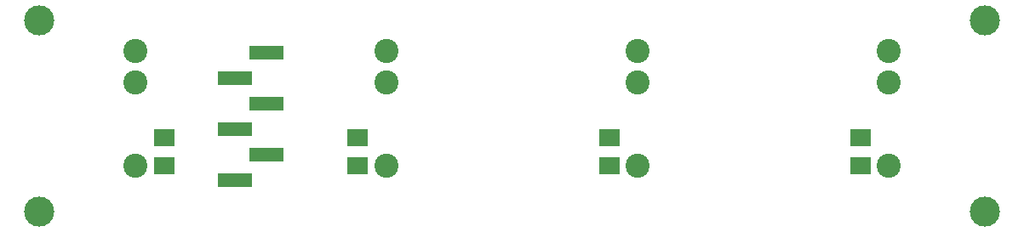
<source format=gbr>
G04 DipTrace 3.3.1.3*
G04 TopMask.gbr*
%MOIN*%
G04 #@! TF.FileFunction,Soldermask,Top*
G04 #@! TF.Part,Single*
%ADD35C,0.11811*%
%ADD38C,0.094488*%
%ADD40R,0.133071X0.057874*%
%ADD42R,0.07874X0.070866*%
%FSLAX26Y26*%
G04*
G70*
G90*
G75*
G01*
G04 TopMask*
%LPD*%
D42*
X1000060Y802215D3*
Y691979D3*
X1756092Y802215D3*
Y691979D3*
X2743581Y802215D3*
Y691979D3*
X3727961Y802215D3*
Y691979D3*
D35*
X511811Y511811D3*
Y1259843D3*
X4212598D3*
Y511811D3*
D40*
X1276041Y635827D3*
X1401238Y735827D3*
X1276041Y835827D3*
X1401238Y935827D3*
X1276041Y1035827D3*
X1401238Y1135827D3*
D38*
X885827Y692126D3*
Y1018898D3*
Y1140945D3*
X1870079Y692126D3*
Y1018898D3*
Y1140945D3*
X2854331Y692126D3*
Y1018898D3*
Y1140945D3*
X3838583Y692126D3*
Y1018898D3*
Y1140945D3*
M02*

</source>
